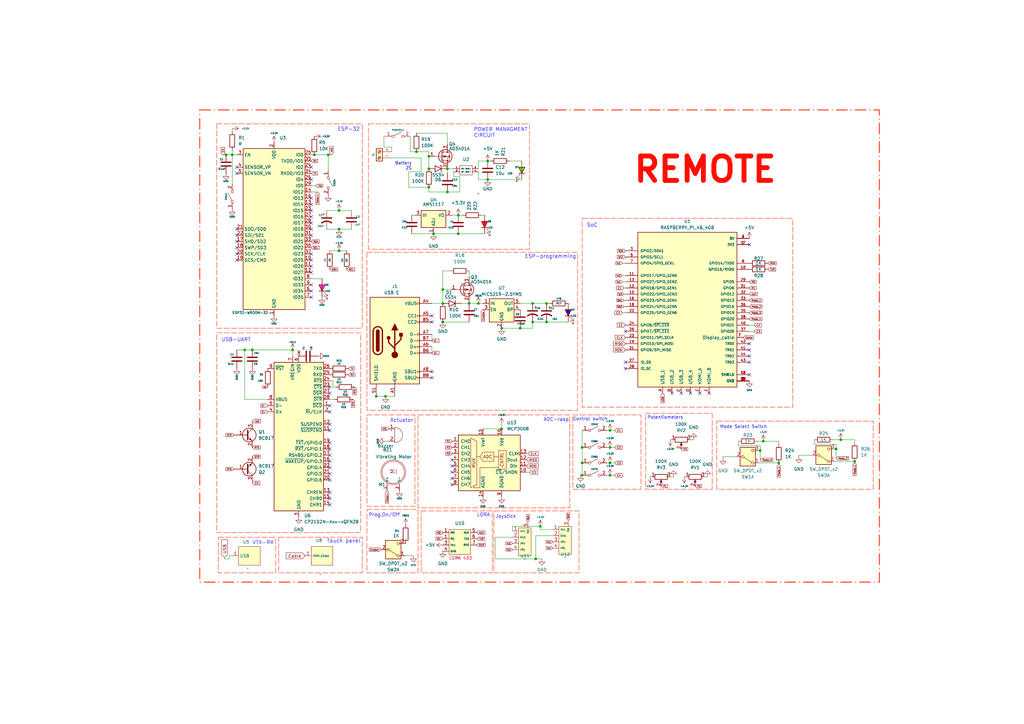
<source format=kicad_sch>
(kicad_sch (version 20230121) (generator eeschema)
  (paper "A3")
  (junction (at 196.215 124.46))
  (junction (at 139.065 86.36))
  (junction (at 319.405 189.865))
  (junction (at 181.61 118.745))
  (junction (at 192.405 124.46))
  (junction (at 250.19 189.865))
  (junction (at 213.36 134.62))
  (junction (at 250.19 183.515))
  (junction (at 139.065 102.87))
  (junction (at 342.9 184.15))
  (junction (at 238.76 189.865))
  (junction (at 313.055 180.975))
  (junction (at 95.25 63.5))
  (junction (at 158.115 162.56))
  (junction (at 170.815 62.23))
  (junction (at 183.515 69.215))
  (junction (at 187.96 95.885))
  (junction (at 120.015 143.51))
  (junction (at 205.74 175.895))
  (junction (at 238.76 183.515))
  (junction (at 221.615 215.9))
  (junction (at 154.305 162.56))
  (junction (at 205.74 134.62))
  (junction (at 344.805 180.34))
  (junction (at 128.905 63.5))
  (junction (at 134.62 63.5))
  (junction (at 181.61 132.08))
  (junction (at 250.19 194.945))
  (junction (at 218.44 132.08))
  (junction (at 183.515 78.74))
  (junction (at 218.44 124.46))
  (junction (at 311.785 184.785))
  (junction (at 187.96 88.265))
  (junction (at 103.505 143.51))
  (junction (at 200.025 66.04))
  (junction (at 238.76 194.945))
  (junction (at 224.155 124.46))
  (junction (at 177.8 95.885))
  (junction (at 200.025 73.66))
  (junction (at 224.155 132.08))
  (junction (at 219.71 229.235))
  (junction (at 350.52 189.23))
  (junction (at 92.71 63.5))
  (junction (at 250.19 176.53))
  (junction (at 100.33 143.51))
  (junction (at 181.61 124.46))
  (junction (at 175.895 69.215))
  (junction (at 175.895 76.835))
  (junction (at 139.065 93.98))
  (junction (at 175.895 64.135))
  (no_connect (at 135.255 181.61))
  (no_connect (at 135.255 194.31))
  (no_connect (at 97.155 106.68))
  (no_connect (at 127.635 91.44))
  (no_connect (at 127.635 121.92))
  (no_connect (at 127.635 88.9))
  (no_connect (at 307.34 153.67))
  (no_connect (at 127.635 116.84))
  (no_connect (at 275.59 161.29))
  (no_connect (at 97.155 68.58))
  (no_connect (at 185.42 188.595))
  (no_connect (at 135.255 158.75))
  (no_connect (at 177.165 154.94))
  (no_connect (at 135.255 196.85))
  (no_connect (at 135.255 166.37))
  (no_connect (at 307.34 148.59))
  (no_connect (at 135.255 191.77))
  (no_connect (at 185.42 198.755))
  (no_connect (at 97.155 93.98))
  (no_connect (at 127.635 83.82))
  (no_connect (at 290.83 161.29))
  (no_connect (at 127.635 81.28))
  (no_connect (at 135.255 168.91))
  (no_connect (at 135.255 189.23))
  (no_connect (at 127.635 68.58))
  (no_connect (at 127.635 93.98))
  (no_connect (at 185.42 196.215))
  (no_connect (at 135.255 207.01))
  (no_connect (at 127.635 111.76))
  (no_connect (at 127.635 96.52))
  (no_connect (at 127.635 106.68))
  (no_connect (at 307.34 143.51))
  (no_connect (at 97.155 71.12))
  (no_connect (at 177.165 129.54))
  (no_connect (at 135.255 184.15))
  (no_connect (at 127.635 119.38))
  (no_connect (at 307.34 140.97))
  (no_connect (at 185.42 193.675))
  (no_connect (at 127.635 73.66))
  (no_connect (at 127.635 86.36))
  (no_connect (at 256.54 148.59))
  (no_connect (at 135.255 201.93))
  (no_connect (at 135.255 176.53))
  (no_connect (at 279.4 161.29))
  (no_connect (at 127.635 109.22))
  (no_connect (at 283.21 161.29))
  (no_connect (at 97.155 99.06))
  (no_connect (at 185.42 191.135))
  (no_connect (at 135.255 186.69))
  (no_connect (at 256.54 151.13))
  (no_connect (at 135.255 161.29))
  (no_connect (at 256.54 135.89))
  (no_connect (at 135.255 204.47))
  (no_connect (at 307.34 146.05))
  (no_connect (at 97.155 96.52))
  (no_connect (at 287.02 161.29))
  (no_connect (at 127.635 104.14))
  (no_connect (at 307.34 100.33))
  (no_connect (at 97.155 104.14))
  (no_connect (at 135.255 173.99))
  (no_connect (at 177.165 132.08))
  (no_connect (at 97.155 101.6))
  (no_connect (at 177.165 152.4))
  (wire (pts (xy 168.91 88.265) (xy 170.18 88.265)))
  (wire (pts (xy 238.125 194.945) (xy 238.76 194.945)))
  (wire (pts (xy 198.12 175.895) (xy 205.74 175.895)))
  (wire (pts (xy 134.62 63.5) (xy 134.62 69.85)))
  (wire (pts (xy 203.2 220.345) (xy 203.2 229.235)))
  (wire (pts (xy 175.895 78.74) (xy 175.895 76.835)))
  (wire (pts (xy 255.905 118.11) (xy 256.54 118.11)))
  (wire (pts (xy 97.155 143.51) (xy 100.33 143.51)))
  (wire (pts (xy 302.895 182.88) (xy 311.785 182.88)))
  (wire (pts (xy 198.12 124.46) (xy 196.215 124.46)))
  (wire (pts (xy 168.91 95.885) (xy 177.8 95.885)))
  (wire (pts (xy 127.635 63.5) (xy 128.905 63.5)))
  (wire (pts (xy 127.635 114.3) (xy 132.08 114.3)))
  (wire (pts (xy 100.33 163.83) (xy 109.855 163.83)))
  (wire (pts (xy 319.405 182.245) (xy 319.405 180.975)))
  (wire (pts (xy 196.215 66.04) (xy 200.025 66.04)))
  (wire (pts (xy 224.155 124.46) (xy 225.425 124.46)))
  (wire (pts (xy 136.525 156.21) (xy 136.525 158.75)))
  (wire (pts (xy 301.625 187.325) (xy 296.545 187.325)))
  (wire (pts (xy 135.255 102.87) (xy 139.065 102.87)))
  (wire (pts (xy 334.01 182.245) (xy 342.9 182.245)))
  (wire (pts (xy 133.985 93.98) (xy 139.065 93.98)))
  (wire (pts (xy 95.25 227.965) (xy 93.98 227.965)))
  (wire (pts (xy 167.64 76.835) (xy 175.895 76.835)))
  (wire (pts (xy 181.61 111.125) (xy 181.61 118.745)))
  (wire (pts (xy 311.785 182.88) (xy 311.785 184.785)))
  (wire (pts (xy 160.655 64.77) (xy 172.72 64.77)))
  (wire (pts (xy 248.92 176.53) (xy 250.19 176.53)))
  (wire (pts (xy 296.545 187.325) (xy 296.545 187.96)))
  (wire (pts (xy 177.165 137.16) (xy 177.165 139.7)))
  (wire (pts (xy 133.985 86.36) (xy 139.065 86.36)))
  (wire (pts (xy 181.61 118.745) (xy 184.785 118.745)))
  (wire (pts (xy 92.075 229.235) (xy 92.075 228.6)))
  (wire (pts (xy 213.36 124.46) (xy 218.44 124.46)))
  (wire (pts (xy 313.055 180.975) (xy 319.405 180.975)))
  (wire (pts (xy 92.71 63.5) (xy 95.25 63.5)))
  (wire (pts (xy 187.96 95.885) (xy 198.755 95.885)))
  (wire (pts (xy 184.785 111.125) (xy 181.61 111.125)))
  (wire (pts (xy 342.9 184.15) (xy 342.9 187.96)))
  (wire (pts (xy 307.34 133.35) (xy 309.245 133.35)))
  (wire (pts (xy 139.065 86.36) (xy 144.145 86.36)))
  (wire (pts (xy 93.98 227.965) (xy 93.98 229.235)))
  (wire (pts (xy 166.37 227.965) (xy 169.545 227.965)))
  (wire (pts (xy 226.695 219.71) (xy 219.71 219.71)))
  (wire (pts (xy 248.92 189.865) (xy 250.19 189.865)))
  (wire (pts (xy 210.185 220.345) (xy 203.2 220.345)))
  (wire (pts (xy 200.025 66.04) (xy 201.295 66.04)))
  (wire (pts (xy 221.615 217.17) (xy 221.615 215.9)))
  (wire (pts (xy 255.27 113.03) (xy 256.54 113.03)))
  (wire (pts (xy 189.865 88.265) (xy 187.96 88.265)))
  (wire (pts (xy 341.63 180.34) (xy 344.805 180.34)))
  (wire (pts (xy 154.305 161.925) (xy 154.305 162.56)))
  (wire (pts (xy 192.405 111.125) (xy 192.405 113.665)))
  (wire (pts (xy 342.9 182.245) (xy 342.9 184.15)))
  (wire (pts (xy 183.515 78.74) (xy 175.895 78.74)))
  (wire (pts (xy 95.25 61.595) (xy 95.25 63.5)))
  (wire (pts (xy 100.33 143.51) (xy 103.505 143.51)))
  (wire (pts (xy 217.17 193.675) (xy 215.9 193.675)))
  (wire (pts (xy 250.19 194.945) (xy 252.095 194.945)))
  (wire (pts (xy 188.595 72.39) (xy 188.595 78.74)))
  (wire (pts (xy 158.115 162.56) (xy 161.925 162.56)))
  (wire (pts (xy 172.72 64.77) (xy 172.72 70.485)))
  (wire (pts (xy 183.515 69.215) (xy 186.055 69.215)))
  (wire (pts (xy 266.7 195.58) (xy 267.335 195.58)))
  (wire (pts (xy 158.115 55.88) (xy 157.48 55.88)))
  (wire (pts (xy 288.925 195.58) (xy 290.195 195.58)))
  (wire (pts (xy 95.25 63.5) (xy 95.25 75.565)))
  (wire (pts (xy 334.01 180.34) (xy 334.01 182.245)))
  (wire (pts (xy 139.065 93.98) (xy 144.145 93.98)))
  (wire (pts (xy 280.67 195.58) (xy 281.305 195.58)))
  (wire (pts (xy 248.92 194.945) (xy 250.19 194.945)))
  (wire (pts (xy 283.21 180.34) (xy 284.48 180.34)))
  (wire (pts (xy 205.74 134.62) (xy 213.36 134.62)))
  (wire (pts (xy 250.19 183.515) (xy 252.095 183.515)))
  (wire (pts (xy 157.48 60.325) (xy 160.655 60.325)))
  (wire (pts (xy 134.62 63.5) (xy 135.89 63.5)))
  (wire (pts (xy 103.505 198.12) (xy 103.505 197.485)))
  (wire (pts (xy 224.155 132.08) (xy 233.045 132.08)))
  (wire (pts (xy 186.055 72.39) (xy 188.595 72.39)))
  (wire (pts (xy 219.71 219.71) (xy 219.71 229.235)))
  (wire (pts (xy 95.25 63.5) (xy 97.155 63.5)))
  (wire (pts (xy 172.72 70.485) (xy 167.64 70.485)))
  (wire (pts (xy 189.23 124.46) (xy 192.405 124.46)))
  (wire (pts (xy 93.98 229.235) (xy 92.075 229.235)))
  (wire (pts (xy 238.76 189.865) (xy 238.76 194.945)))
  (wire (pts (xy 135.255 163.83) (xy 137.16 163.83)))
  (wire (pts (xy 136.525 158.75) (xy 137.795 158.75)))
  (wire (pts (xy 255.905 125.73) (xy 256.54 125.73)))
  (wire (pts (xy 103.505 143.51) (xy 120.015 143.51)))
  (wire (pts (xy 218.44 124.46) (xy 224.155 124.46)))
  (wire (pts (xy 154.305 162.56) (xy 158.115 162.56)))
  (wire (pts (xy 307.34 135.89) (xy 309.245 135.89)))
  (wire (pts (xy 350.52 189.23) (xy 350.52 189.865)))
  (wire (pts (xy 319.405 189.865) (xy 319.405 190.5)))
  (wire (pts (xy 250.19 176.53) (xy 252.095 176.53)))
  (wire (pts (xy 226.695 217.17) (xy 221.615 217.17)))
  (wire (pts (xy 311.785 189.865) (xy 319.405 189.865)))
  (wire (pts (xy 157.48 55.88) (xy 157.48 60.325)))
  (wire (pts (xy 213.36 134.62) (xy 218.44 134.62)))
  (wire (pts (xy 238.76 183.515) (xy 238.76 189.865)))
  (wire (pts (xy 177.165 124.46) (xy 181.61 124.46)))
  (wire (pts (xy 175.895 64.135) (xy 175.895 69.215)))
  (wire (pts (xy 218.44 132.08) (xy 224.155 132.08)))
  (wire (pts (xy 248.92 183.515) (xy 250.19 183.515)))
  (wire (pts (xy 181.61 124.46) (xy 181.61 118.745)))
  (wire (pts (xy 203.2 229.235) (xy 219.71 229.235)))
  (wire (pts (xy 175.895 62.23) (xy 175.895 64.135)))
  (wire (pts (xy 135.255 156.21) (xy 136.525 156.21)))
  (wire (pts (xy 216.535 186.055) (xy 215.9 186.055)))
  (wire (pts (xy 167.64 70.485) (xy 167.64 76.835)))
  (wire (pts (xy 350.52 181.61) (xy 350.52 180.34)))
  (wire (pts (xy 302.895 180.975) (xy 302.895 182.88)))
  (wire (pts (xy 274.955 180.34) (xy 275.59 180.34)))
  (wire (pts (xy 250.19 189.865) (xy 252.095 189.865)))
  (wire (pts (xy 342.9 189.23) (xy 350.52 189.23)))
  (wire (pts (xy 196.215 70.485) (xy 196.215 73.66)))
  (wire (pts (xy 170.815 62.23) (xy 175.895 62.23)))
  (wire (pts (xy 255.27 115.57) (xy 256.54 115.57)))
  (wire (pts (xy 127.635 76.2) (xy 129.54 76.2)))
  (wire (pts (xy 160.655 60.325) (xy 160.655 62.23)))
  (wire (pts (xy 327.66 186.69) (xy 327.66 187.325)))
  (wire (pts (xy 168.275 62.23) (xy 170.815 62.23)))
  (wire (pts (xy 183.515 54.61) (xy 183.515 59.055)))
  (wire (pts (xy 100.33 143.51) (xy 100.33 163.83)))
  (wire (pts (xy 158.115 180.975) (xy 159.385 180.975)))
  (wire (pts (xy 186.055 70.485) (xy 186.055 72.39)))
  (wire (pts (xy 103.505 172.72) (xy 103.505 173.355)))
  (wire (pts (xy 210.185 217.805) (xy 210.185 215.9)))
  (wire (pts (xy 274.955 195.58) (xy 276.225 195.58)))
  (wire (pts (xy 120.015 143.51) (xy 120.015 146.05)))
  (wire (pts (xy 310.515 180.975) (xy 313.055 180.975)))
  (wire (pts (xy 185.42 88.265) (xy 187.96 88.265)))
  (wire (pts (xy 218.44 134.62) (xy 218.44 132.08)))
  (wire (pts (xy 197.485 88.265) (xy 198.755 88.265)))
  (wire (pts (xy 205.74 173.99) (xy 205.74 175.895)))
  (wire (pts (xy 255.905 123.19) (xy 256.54 123.19)))
  (wire (pts (xy 181.61 132.08) (xy 192.405 132.08)))
  (wire (pts (xy 128.905 63.5) (xy 134.62 63.5)))
  (wire (pts (xy 208.915 66.04) (xy 213.995 66.04)))
  (wire (pts (xy 170.815 54.61) (xy 183.515 54.61)))
  (wire (pts (xy 311.785 184.785) (xy 311.785 188.595)))
  (wire (pts (xy 238.76 176.53) (xy 238.76 183.515)))
  (wire (pts (xy 255.905 120.65) (xy 256.54 120.65)))
  (wire (pts (xy 168.275 55.88) (xy 168.275 62.23)))
  (wire (pts (xy 95.25 52.705) (xy 95.25 53.975)))
  (wire (pts (xy 127.635 78.74) (xy 130.175 78.74)))
  (wire (pts (xy 139.065 102.87) (xy 142.24 102.87)))
  (wire (pts (xy 177.8 95.885) (xy 187.96 95.885)))
  (wire (pts (xy 255.27 128.27) (xy 256.54 128.27)))
  (wire (pts (xy 344.805 180.34) (xy 350.52 180.34)))
  (wire (pts (xy 196.215 69.215) (xy 196.215 66.04)))
  (wire (pts (xy 196.215 73.66) (xy 200.025 73.66)))
  (wire (pts (xy 183.515 69.215) (xy 183.515 71.12)))
  (wire (pts (xy 192.405 124.46) (xy 192.405 123.825)))
  (wire (pts (xy 332.74 186.69) (xy 327.66 186.69)))
  (wire (pts (xy 188.595 78.74) (xy 183.515 78.74)))
  (wire (pts (xy 200.025 73.66) (xy 213.995 73.66)))
  (wire (pts (xy 255.27 107.95) (xy 256.54 107.95)))
  (wire (pts (xy 210.185 215.9) (xy 221.615 215.9)))
  (wire (pts (xy 177.165 142.24) (xy 177.165 144.78)))
  (wire (pts (xy 91.44 63.5) (xy 92.71 63.5)))
  (wire (pts (xy 219.71 229.235) (xy 222.25 229.235)))
  (wire (pts (xy 196.215 124.46) (xy 192.405 124.46)))
  (rectangle (start 150.495 170.18) (end 170.18 207.645) (stroke (width 0.2) (type dash) (color 255 59 20 1)))
  (rectangle (start 294.005 172.72) (end 358.14 200.66) (stroke (width 0.2) (type dash) (color 255 59 20 1)))
  (rectangle (start 89.535 220.345) (end 113.03 234.95) (stroke (width 0.2) (type dash) (color 255 59 20 1)))
  (rectangle (start 114.3 220.345) (end 148.59 234.95) (stroke (width 0.2) (type dash) (color 255 59 20 1)))
  (rectangle (start 81.915 45.085) (end 360.68 238.76) (stroke (width 0.4) (type dash_dot) (color 255 59 20 1)))
  (rectangle (start 292.1 169.545) (end 264.795 200.66) (stroke (width 0.2) (type dash) (color 255 59 20 1)))
  (rectangle (start 88.9 50.8) (end 148.59 134.62) (stroke (width 0.2) (type dash) (color 255 59 20 1)))
  (rectangle (start 238.76 89.535) (end 325.12 167.005) (stroke (width 0.2) (type dash) (color 255 59 20 1)))
  (rectangle (start 172.72 209.55) (end 201.93 234.95) (stroke (width 0.2) (type dash) (color 255 59 20 1)))
  (rectangle (start 150.495 208.915) (end 171.45 234.95) (stroke (width 0.2) (type dash) (color 255 59 20 1)))
  (rectangle (start 151.13 50.8) (end 217.17 102.235) (stroke (width 0.2) (type dash) (color 255 59 20 1)))
  (rectangle (start 234.95 170.18) (end 262.89 200.66) (stroke (width 0.2) (type dash) (color 255 59 20 1)))
  (rectangle (start 171.45 170.18) (end 233.68 208.28) (stroke (width 0.2) (type dash) (color 255 59 20 1)))
  (rectangle (start 150.495 103.505) (end 236.855 168.275) (stroke (width 0.2) (type dash) (color 255 59 20 1)))
  (rectangle (start 88.9 136.525) (end 147.955 218.44) (stroke (width 0.2) (type dash) (color 255 59 20 1)))
  (rectangle (start 202.565 209.55) (end 237.49 234.95) (stroke (width 0.2) (type dash) (color 255 59 20 1)))
  (text "ADC-rasp\n\n" (at 222.885 175.26 0) (effects (font (size 1.4 1.4)) (justify left bottom)))
  (text "USB-UART\n" (at 90.805 140.335 0) (effects (font (size 1.5 1.5)) (justify left bottom)))
  (text "SoC\n" (at 240.665 93.345 0) (effects (font (size 1.5 1.5)) (justify left bottom)))
  (text "Battery\n2S\n" (at 168.91 69.85 0) (effects (font (size 1.27 1.27)) (justify right bottom)))
  (text "Control switch\n" (at 234.95 172.72 0) (effects (font (size 1.3 1.3)) (justify left bottom)))
  (text "LORA\n" (at 195.58 212.09 0) (effects (font (size 1.4 1.4)) (justify left bottom)))
  (text "ESP-32\n" (at 138.43 53.975 0) (effects (font (size 1.5 1.5)) (justify left bottom)))
  (text "POWER MANAGMENT\nCIRCUIT\n" (at 194.31 56.515 0) (effects (font (size 1.5 1.5)) (justify left bottom)))
  (text "Potentiometers\n" (at 265.43 172.085 0) (effects (font (size 1.3 1.3)) (justify left bottom)))
  (text "VTX-RX\n" (at 103.505 223.52 0) (effects (font (size 1.5 1.5)) (justify left bottom)))
  (text "Prog.On/Off\n" (at 151.13 212.09 0) (effects (font (size 1.4 1.4)) (justify left bottom)))
  (text "ESP-programming\n\n" (at 215.265 108.585 0) (effects (font (size 1.5 1.5)) (justify left bottom)))
  (text "Mode Select Switch\n" (at 295.275 175.895 0) (effects (font (size 1.3 1.3)) (justify left bottom)))
  (text "Joystick\n" (at 203.2 212.725 0) (effects (font (size 1.4 1.4)) (justify left bottom)))
  (text "Touch panel\n" (at 133.985 222.885 0) (effects (font (size 1.5 1.5)) (justify left bottom)))
  (text "Actuator\n" (at 160.02 173.355 0) (effects (font (size 1.5 1.5)) (justify left bottom)))
  (text "REMOTE" (at 259.08 75.565 0) (effects (font (size 10 10) (thickness 2) bold) (justify left bottom)))
  (text "LORA 433\n" (at 184.15 229.87 0) (effects (font (size 1.27 1.27)) (justify left bottom)))
  (global_label "SW2" (shape input) (at 255.905 125.73 180) (effects (font (size 0.6 0.6))) (property "Intersheetrefs" "${INTERSHEET_REFS}" (effects hide)))
  (global_label "Mode_3" (shape input) (at 311.785 188.595 0) (effects (font (size 0.7 0.7))) (property "Intersheetrefs" "${INTERSHEET_REFS}" (effects hide)))
  (global_label "Mode_4" (shape input) (at 307.34 130.81 0) (effects (font (size 0.7 0.7))) (property "Intersheetrefs" "${INTERSHEET_REFS}" (effects hide)))
  (global_label "Mode_4" (shape input) (at 319.405 190.5 270) (effects (font (size 0.7 0.7))) (property "Intersheetrefs" "${INTERSHEET_REFS}" (effects hide)))
  (global_label "SDA" (shape input) (at 127.635 99.06 0) (effects (font (size 0.7 0.7))) (property "Intersheetrefs" "${INTERSHEET_REFS}" (effects hide)))
  (global_label "Vx2" (shape input) (at 210.185 222.885 180) (effects (font (size 0.6 0.6))) (property "Intersheetrefs" "${INTERSHEET_REFS}" (effects hide)))
  (global_label "Mode_2" (shape input) (at 307.34 125.73 0) (effects (font (size 0.7 0.7))) (property "Intersheetrefs" "${INTERSHEET_REFS}" (effects hide)))
  (global_label "D+" (shape input) (at 109.855 168.91 180) (effects (font (size 0.7 0.7))) (property "Intersheetrefs" "${INTERSHEET_REFS}" (effects hide)))
  (global_label "C1" (shape input) (at 252.095 176.53 0) (effects (font (size 0.8 0.8))) (property "Intersheetrefs" "${INTERSHEET_REFS}" (effects hide)))
  (global_label "USB " (shape input) (at 92.075 228.6 90) (property "Intersheetrefs" "${INTERSHEET_REFS}" (effects hide)))
  (global_label "P1" (shape input) (at 271.145 199.39 0) (effects (font (size 0.7 0.7))) (property "Intersheetrefs" "${INTERSHEET_REFS}" (effects hide)))
  (global_label "C1" (shape input) (at 255.905 118.11 180) (effects (font (size 0.8 0.8))) (property "Intersheetrefs" "${INTERSHEET_REFS}" (effects hide)))
  (global_label "TX" (shape input) (at 142.875 151.13 0) (effects (font (size 0.7 0.7))) (property "Intersheetrefs" "${INTERSHEET_REFS}" (effects hide)))
  (global_label "Mode_2" (shape input) (at 342.9 187.96 0) (effects (font (size 0.7 0.7))) (property "Intersheetrefs" "${INTERSHEET_REFS}" (effects hide)))
  (global_label "M1" (shape input) (at 307.34 118.11 0) (effects (font (size 0.7 0.7))) (property "Intersheetrefs" "${INTERSHEET_REFS}" (effects hide)))
  (global_label "SCL" (shape input) (at 127.635 101.6 0) (effects (font (size 0.7 0.7))) (property "Intersheetrefs" "${INTERSHEET_REFS}" (effects hide)))
  (global_label "Enable" (shape input) (at 198.12 127 270) (effects (font (size 0.7 0.7))) (property "Intersheetrefs" "${INTERSHEET_REFS}" (effects hide)))
  (global_label "SDA" (shape input) (at 135.255 110.49 0) (effects (font (size 0.7 0.7))) (property "Intersheetrefs" "${INTERSHEET_REFS}" (effects hide)))
  (global_label "MOSI" (shape input) (at 256.54 143.51 180) (effects (font (size 0.9 0.9))) (property "Intersheetrefs" "${INTERSHEET_REFS}" (effects hide)))
  (global_label "M1" (shape input) (at 181.61 220.98 180) (effects (font (size 0.7 0.7))) (property "Intersheetrefs" "${INTERSHEET_REFS}" (effects hide)))
  (global_label "MISO" (shape input) (at 256.54 140.97 180) (effects (font (size 0.9 0.9))) (property "Intersheetrefs" "${INTERSHEET_REFS}" (effects hide)))
  (global_label "MISO" (shape input) (at 215.9 188.595 0) (effects (font (size 0.9 0.9))) (property "Intersheetrefs" "${INTERSHEET_REFS}" (effects hide)))
  (global_label "D-" (shape input) (at 109.855 166.37 180) (effects (font (size 0.7 0.7))) (property "Intersheetrefs" "${INTERSHEET_REFS}" (effects hide)))
  (global_label "C2" (shape input) (at 252.095 183.515 0) (effects (font (size 0.8 0.8))) (property "Intersheetrefs" "${INTERSHEET_REFS}" (effects hide)))
  (global_label "CLK" (shape input) (at 256.54 138.43 180) (effects (font (size 0.9 0.9))) (property "Intersheetrefs" "${INTERSHEET_REFS}" (effects hide)))
  (global_label "Motor+" (shape input) (at 158.75 201.295 270) (effects (font (size 0.7 0.7))) (property "Intersheetrefs" "${INTERSHEET_REFS}" (effects hide)))
  (global_label "Mode_1" (shape input) (at 350.52 189.865 270) (effects (font (size 0.7 0.7))) (property "Intersheetrefs" "${INTERSHEET_REFS}" (effects hide)))
  (global_label "SCK" (shape input) (at 256.54 105.41 180) (effects (font (size 0.7 0.7))) (property "Intersheetrefs" "${INTERSHEET_REFS}" (effects hide)))
  (global_label "CE" (shape input) (at 256.54 133.35 180) (effects (font (size 0.9 0.9))) (property "Intersheetrefs" "${INTERSHEET_REFS}" (effects hide)))
  (global_label "USB " (shape input) (at 271.78 161.29 270) (effects (font (size 0.7 0.7))) (property "Intersheetrefs" "${INTERSHEET_REFS}" (effects hide)))
  (global_label "D-" (shape input) (at 177.165 139.7 0) (effects (font (size 0.7 0.7))) (property "Intersheetrefs" "${INTERSHEET_REFS}" (effects hide)))
  (global_label "RXR" (shape input) (at 314.96 107.95 0) (effects (font (size 0.7 0.7))) (property "Intersheetrefs" "${INTERSHEET_REFS}" (effects hide)))
  (global_label "P2" (shape input) (at 285.115 199.39 0) (effects (font (size 0.7 0.7))) (property "Intersheetrefs" "${INTERSHEET_REFS}" (effects hide)))
  (global_label "P1" (shape input) (at 185.42 180.975 180) (effects (font (size 0.7 0.7))) (property "Intersheetrefs" "${INTERSHEET_REFS}" (effects hide)))
  (global_label "DTR" (shape input) (at 144.78 163.83 270) (effects (font (size 0.7 0.7))) (property "Intersheetrefs" "${INTERSHEET_REFS}" (effects hide)))
  (global_label "Cable" (shape input) (at 304.8 138.43 0) (effects (font (size 0.7 0.7))) (property "Intersheetrefs" "${INTERSHEET_REFS}" (effects hide)))
  (global_label "Vy2" (shape input) (at 255.905 120.65 180) (effects (font (size 0.6 0.6))) (property "Intersheetrefs" "${INTERSHEET_REFS}" (effects hide)))
  (global_label "SW1" (shape input) (at 255.905 123.19 180) (effects (font (size 0.6 0.6))) (property "Intersheetrefs" "${INTERSHEET_REFS}" (effects hide)))
  (global_label "Io0" (shape input) (at 135.89 63.5 90) (effects (font (size 0.8 0.8))) (property "Intersheetrefs" "${INTERSHEET_REFS}" (effects hide)))
  (global_label "AUX" (shape input) (at 195.58 218.44 0) (effects (font (size 0.7 0.7))) (property "Intersheetrefs" "${INTERSHEET_REFS}" (effects hide)))
  (global_label "RX" (shape input) (at 127.635 66.04 0) (effects (font (size 0.7 0.7))) (property "Intersheetrefs" "${INTERSHEET_REFS}" (effects hide)))
  (global_label "Vib" (shape input) (at 159.385 175.895 180) (effects (font (size 0.7 0.7))) (property "Intersheetrefs" "${INTERSHEET_REFS}" (effects hide)))
  (global_label "Cable" (shape input) (at 125.095 227.965 180) (property "Intersheetrefs" "${INTERSHEET_REFS}" (effects hide)))
  (global_label "Mode_3" (shape input) (at 307.34 128.27 0) (effects (font (size 0.7 0.7))) (property "Intersheetrefs" "${INTERSHEET_REFS}" (effects hide)))
  (global_label "RX" (shape input) (at 142.875 153.67 0) (effects (font (size 0.7 0.7))) (property "Intersheetrefs" "${INTERSHEET_REFS}" (effects hide)))
  (global_label "M0" (shape input) (at 307.34 115.57 0) (effects (font (size 0.7 0.7))) (property "Intersheetrefs" "${INTERSHEET_REFS}" (effects hide)))
  (global_label "EN" (shape input) (at 91.44 63.5 90) (effects (font (size 0.8 0.8))) (property "Intersheetrefs" "${INTERSHEET_REFS}" (effects hide)))
  (global_label "P3" (shape input) (at 279.4 184.15 0) (effects (font (size 0.7 0.7))) (property "Intersheetrefs" "${INTERSHEET_REFS}" (effects hide)))
  (global_label "SW1" (shape input) (at 216.535 213.995 90) (effects (font (size 0.6 0.6))) (property "Intersheetrefs" "${INTERSHEET_REFS}" (effects hide)))
  (global_label "Vib" (shape input) (at 129.54 76.2 0) (effects (font (size 0.7 0.7))) (property "Intersheetrefs" "${INTERSHEET_REFS}" (effects hide)))
  (global_label "Enable" (shape input) (at 156.21 225.425 180) (effects (font (size 0.7 0.7))) (property "Intersheetrefs" "${INTERSHEET_REFS}" (effects hide)))
  (global_label "SCL" (shape input) (at 142.24 110.49 0) (effects (font (size 0.7 0.7))) (property "Intersheetrefs" "${INTERSHEET_REFS}" (effects hide)))
  (global_label "EN" (shape input) (at 103.505 198.12 0) (effects (font (size 0.8 0.8))) (property "Intersheetrefs" "${INTERSHEET_REFS}" (effects hide)))
  (global_label "M0" (shape input) (at 181.61 218.44 180) (effects (font (size 0.7 0.7))) (property "Intersheetrefs" "${INTERSHEET_REFS}" (effects hide)))
  (global_label "DTR" (shape input) (at 95.885 178.435 180) (effects (font (size 0.7 0.7))) (property "Intersheetrefs" "${INTERSHEET_REFS}" (effects hide)))
  (global_label "C4" (shape input) (at 309.245 133.35 0) (effects (font (size 0.8 0.8))) (property "Intersheetrefs" "${INTERSHEET_REFS}" (effects hide)))
  (global_label "RXR" (shape input) (at 195.58 223.52 0) (effects (font (size 0.7 0.7))) (property "Intersheetrefs" "${INTERSHEET_REFS}" (effects hide)))
  (global_label "C3" (shape input) (at 252.095 189.865 0) (effects (font (size 0.8 0.8))) (property "Intersheetrefs" "${INTERSHEET_REFS}" (effects hide)))
  (global_label "D+" (shape input) (at 177.165 144.78 0) (effects (font (size 0.7 0.7))) (property "Intersheetrefs" "${INTERSHEET_REFS}" (effects hide)))
  (global_label "CLK" (shape input) (at 216.535 186.055 0) (effects (font (size 0.9 0.9))) (property "Intersheetrefs" "${INTERSHEET_REFS}" (effects hide)))
  (global_label "RTS" (shape input) (at 145.415 158.75 270) (effects (font (size 0.7 0.7))) (property "Intersheetrefs" "${INTERSHEET_REFS}" (effects hide)))
  (global_label "Mode_1" (shape input) (at 307.34 123.19 0) (effects (font (size 0.7 0.7))) (property "Intersheetrefs" "${INTERSHEET_REFS}" (effects hide)))
  (global_label "vdd" (shape input) (at 109.855 158.75 180) (effects (font (size 0.5 0.5))) (property "Intersheetrefs" "${INTERSHEET_REFS}" (effects hide)))
  (global_label "DTR" (shape input) (at 103.505 187.325 0) (effects (font (size 0.7 0.7))) (property "Intersheetrefs" "${INTERSHEET_REFS}" (effects hide)))
  (global_label "TXR" (shape input) (at 195.58 220.98 0) (effects (font (size 0.7 0.7))) (property "Intersheetrefs" "${INTERSHEET_REFS}" (effects hide)))
  (global_label "SW2" (shape input) (at 233.045 213.36 90) (effects (font (size 0.6 0.6))) (property "Intersheetrefs" "${INTERSHEET_REFS}" (effects hide)))
  (global_label "Vx1" (shape input) (at 226.695 222.25 180) (effects (font (size 0.6 0.6))) (property "Intersheetrefs" "${INTERSHEET_REFS}" (effects hide)))
  (global_label "Vx2" (shape input) (at 255.27 113.03 180) (effects (font (size 0.6 0.6))) (property "Intersheetrefs" "${INTERSHEET_REFS}" (effects hide)))
  (global_label "P3" (shape input) (at 185.42 186.055 180) (effects (font (size 0.7 0.7))) (property "Intersheetrefs" "${INTERSHEET_REFS}" (effects hide)))
  (global_label "Vy1" (shape input) (at 255.27 115.57 180) (effects (font (size 0.6 0.6))) (property "Intersheetrefs" "${INTERSHEET_REFS}" (effects hide)))
  (global_label "MOSI" (shape input) (at 215.9 191.135 0) (effects (font (size 0.9 0.9))) (property "Intersheetrefs" "${INTERSHEET_REFS}" (effects hide)))
  (global_label "C2" (shape input) (at 255.27 128.27 180) (effects (font (size 0.8 0.8))) (property "Intersheetrefs" "${INTERSHEET_REFS}" (effects hide)))
  (global_label "C4" (shape input) (at 252.095 194.945 0) (effects (font (size 0.8 0.8))) (property "Intersheetrefs" "${INTERSHEET_REFS}" (effects hide)))
  (global_label "vdd" (shape input) (at 122.555 146.05 90) (effects (font (size 0.5 0.5))) (property "Intersheetrefs" "${INTERSHEET_REFS}" (effects hide)))
  (global_label "Io0" (shape input) (at 103.505 172.72 0) (effects (font (size 0.8 0.8))) (property "Intersheetrefs" "${INTERSHEET_REFS}" (effects hide)))
  (global_label "CE" (shape input) (at 217.17 193.675 0) (effects (font (size 0.9 0.9))) (property "Intersheetrefs" "${INTERSHEET_REFS}" (effects hide)))
  (global_label "TXR" (shape input) (at 314.96 110.49 0) (effects (font (size 0.7 0.7))) (property "Intersheetrefs" "${INTERSHEET_REFS}" (effects hide)))
  (global_label "Vy1" (shape input) (at 226.695 224.79 180) (effects (font (size 0.6 0.6))) (property "Intersheetrefs" "${INTERSHEET_REFS}" (effects hide)))
  (global_label "AUX" (shape input) (at 307.34 120.65 0) (effects (font (size 0.7 0.7))) (property "Intersheetrefs" "${INTERSHEET_REFS}" (effects hide)))
  (global_label "RTS" (shape input) (at 103.505 183.515 0) (effects (font (size 0.7 0.7))) (property "Intersheetrefs" "${INTERSHEET_REFS}" (effects hide)))
  (global_label "Motor+" (shape input) (at 130.175 78.74 270) (effects (font (size 0.7 0.7))) (property "Intersheetrefs" "${INTERSHEET_REFS}" (effects hide)))
  (global_label "C3" (shape input) (at 309.245 135.89 0) (effects (font (size 0.8 0.8))) (property "Intersheetrefs" "${INTERSHEET_REFS}" (effects hide)))
  (global_label "SDA" (shape input) (at 256.54 102.87 180) (effects (font (size 0.7 0.7))) (property "Intersheetrefs" "${INTERSHEET_REFS}" (effects hide)))
  (global_label "Vx1" (shape input) (at 255.27 107.95 180) (effects (font (size 0.6 0.6))) (property "Intersheetrefs" "${INTERSHEET_REFS}" (effects hide)))
  (global_label "P2" (shape input) (at 185.42 183.515 180) (effects (font (size 0.7 0.7))) (property "Intersheetrefs" "${INTERSHEET_REFS}" (effects hide)))
  (global_label "TX" (shape input) (at 127.635 71.12 0) (effects (font (size 0.7 0.7))) (property "Intersheetrefs" "${INTERSHEET_REFS}" (effects hide)))
  (global_label "Vy2" (shape input) (at 210.185 225.425 180) (effects (font (size 0.6 0.6))) (property "Intersheetrefs" "${INTERSHEET_REFS}" (effects hide)))
  (global_label "RTS" (shape input) (at 95.885 192.405 180) (effects (font (size 0.7 0.7))) (property "Intersheetrefs" "${INTERSHEET_REFS}" (effects hide)))
  (symbol (lib_id "Sensor_Energy:Step_UP") (at 196.215 79.375 0) (unit 1)
    (property "Reference" "U2" (at 191.135 65.405 0))
    (property "Value" "~" (at 196.215 79.375 0))
  )
  (symbol (lib_id "Device:R") (at 142.24 106.68 180) (unit 1)
    (property "Reference" "R7" (at 142.24 106.68 90) (effects (font (size 0.7 0.7))))
    (property "Value" "1K" (at 140.335 106.68 90) (effects (font (size 0.7 0.7))))
  )
  (symbol (lib_id "Device:R") (at 337.82 180.34 90) (unit 1)
    (property "Reference" "R25" (at 337.82 177.8 90))
    (property "Value" "1K" (at 337.82 180.34 90))
  )
  (symbol (lib_id "power:GND") (at 97.155 151.13 0) (unit 1)
    (property "Reference" "#PWR023" (effects hide))
    (property "Value" "GND" (at 97.155 153.67 90) (effects (font (size 0.7 0.7)) (justify right)))
  )
  (symbol (lib_id "power:+3.3V") (at 274.955 180.34 0) (mirror x) (unit 1)
    (property "Reference" "#PWR022" (effects hide))
    (property "Value" "+3.3V" (at 274.955 184.15 0) (effects (font (size 0.7 0.7))))
  )
  (symbol (lib_id "power:GND") (at 276.225 195.58 0) (mirror x) (unit 1)
    (property "Reference" "#PWR048" (effects hide))
    (property "Value" "GND" (at 276.225 190.5 0))
  )
  (symbol (lib_id "Connector:Screw_Terminal_01x02") (at 155.575 62.23 0) (mirror y) (unit 1)
    (property "Reference" "J2" (at 153.67 63.5 0) (effects (font (size 0.7 0.7)) (justify left)))
    (property "Value" "Screw_Terminal_01x02" (effects hide))
  )
  (symbol (lib_id "Switch:SW_DPST_x2") (at 243.84 189.865 0) (unit 1)
    (property "Reference" "EN6" (at 243.84 187.325 0) (effects (font (size 0.7 0.7))))
    (property "Value" "SW_DPST_x2" (effects hide))
  )
  (symbol (lib_id "Transistor_BJT:BC817") (at 100.965 178.435 0) (unit 1)
    (property "Reference" "Q1" (at 106.045 177.165 0) (effects (justify left)))
    (property "Value" "BC817" (at 106.045 179.705 0) (effects (justify left)))
    (property "Footprint" "Package_TO_SOT_SMD:SOT-23" (effects hide))
    (property "Datasheet" "https://www.onsemi.com/pub/Collateral/BC818-D.pdf" (effects hide))
  )
  (symbol (lib_id "Transistor_BJT:BC817") (at 100.965 192.405 0) (mirror x) (unit 1)
    (property "Reference" "Q2" (at 106.045 193.675 0) (effects (justify left)))
    (property "Value" "BC817" (at 106.045 191.135 0) (effects (justify left)))
    (property "Footprint" "Package_TO_SOT_SMD:SOT-23" (effects hide))
    (property "Datasheet" "https://www.onsemi.com/pub/Collateral/BC818-D.pdf" (effects hide))
  )
  (symbol (lib_id "power:GND") (at 95.25 85.725 0) (unit 1)
    (property "Reference" "#PWR03" (effects hide))
    (property "Value" "GND" (at 95.25 88.9 0) (effects (font (size 0.7 0.7))))
  )
  (symbol (lib_id "power:GND") (at 103.505 151.13 0) (unit 1)
    (property "Reference" "#PWR026" (effects hide))
    (property "Value" "GND" (at 103.505 153.67 90) (effects (font (size 0.7 0.7)) (justify right)))
  )
  (symbol (lib_id "power:+3.3V") (at 250.19 183.515 0) (unit 1)
    (property "Reference" "#PWR045" (effects hide))
    (property "Value" "+3.3V" (at 250.19 179.705 0) (effects (font (size 0.7 0.7))))
  )
  (symbol (lib_id "Device:C") (at 213.36 130.81 0) (unit 1)
    (property "Reference" "C9" (at 211.455 128.905 0) (effects (font (size 0.7 0.7)) (justify left)))
    (property "Value" "470pF" (at 212.09 132.715 0) (effects (font (size 0.7 0.7)) (justify left)))
  )
  (symbol (lib_id "power:GND") (at 177.8 95.885 0) (unit 1)
    (property "Reference" "#PWR034" (effects hide))
    (property "Value" "GND" (at 177.8 100.965 0))
  )
  (symbol (lib_id "Device:C") (at 187.96 92.075 180) (unit 1)
    (property "Reference" "C15" (at 186.055 93.345 0) (effects (font (size 0.7 0.7)) (justify left)))
    (property "Value" "1u" (at 186.055 90.805 0) (effects (font (size 0.7 0.7)) (justify left)))
  )
  (symbol (lib_id "Device:R") (at 306.705 180.975 90) (unit 1)
    (property "Reference" "R23" (at 306.705 178.435 90))
    (property "Value" "1K" (at 306.705 180.975 90))
  )
  (symbol (lib_id "C0720B001F:C0720B001F") (at 161.29 193.675 90) (unit 1)
    (property "Reference" "M1" (at 158.115 198.755 90) (effects (justify left)))
    (property "Value" "Vibrating Motor" (at 168.91 187.325 90) (effects (justify left)))
    (property "Footprint" "C0720B001F:XDCR_C0720B001F" (effects hide))
    (property "MF" "Jinlong Machinery" (effects hide))
    (property "Description" "s\n- DC Motor Vibration, ERM 10000 RPM - - 3VDC\n" (effects hide))
    (property "Package" "None" (effects hide))
    (property "Price" "None" (effects hide))
    (property "SnapEDA_Link" "e" (effects hide))
    (property "MP" "C0720B001F" (effects hide))
    (property "Availability" "w" (effects hide))
    (property "Check_prices" "e" (effects hide))
  )
  (symbol (lib_name "LED_1") (lib_id "Device:LED") (at 213.995 69.85 270) (mirror x) (unit 1)
    (property "Reference" "D7" (at 212.725 68.58 90) (effects (font (size 0.7 0.7)) (justify right)))
    (property "Value" "LED" (at 210.185 71.12 90) (effects (font (size 0.7 0.7)) (justify right)))
  )
  (symbol (lib_id "Analog:Skydrioid") (at 101.6 233.045 0) (unit 1)
    (property "Reference" "U5" (at 100.965 222.25 0))
    (property "Value" "~" (at 101.6 233.045 0))
  )
  (symbol (lib_id "Analog:Raspberry_Screen") (at 131.445 235.585 0) (unit 1)
    (property "Reference" "U8" (at 130.81 221.615 0))
    (property "Value" "~" (at 131.445 235.585 0))
  )
  (symbol (lib_id "power:GND") (at 169.545 227.965 0) (unit 1)
    (property "Reference" "#PWR09" (effects hide))
    (property "Value" "GND" (at 169.545 231.775 0) (effects (font (size 0.7 0.7))))
  )
  (symbol (lib_id "power:GND") (at 222.25 229.235 0) (unit 1)
    (property "Reference" "#PWR035" (effects hide))
    (property "Value" "GND" (at 222.25 233.68 0))
  )
  (symbol (lib_id "RF_Module:ESP32-WROOM-32") (at 112.395 93.98 0) (unit 1)
    (property "Reference" "U3" (at 114.5891 56.515 0) (effects (justify left)))
    (property "Value" "ESP32-WROOM-32" (at 95.25 128.27 0) (effects (font (size 1 1)) (justify left)))
    (property "Footprint" "RF_Module:ESP32-WROOM-32" (effects hide))
    (property "Datasheet" "https://www.espressif.com/sites/default/files/documentation/esp32-wroom-32_datasheet_en.pdf" (effects hide))
  )
  (symbol (lib_id "power:GND") (at 296.545 187.96 0) (unit 1)
    (property "Reference" "#PWR037" (effects hide))
    (property "Value" "GND" (at 296.545 193.04 0))
  )
  (symbol (lib_id "power:+3.3V") (at 250.19 194.945 0) (unit 1)
    (property "Reference" "#PWR043" (effects hide))
    (property "Value" "+3.3V" (at 250.19 191.135 0) (effects (font (size 0.7 0.7))))
  )
  (symbol (lib_id "power:+3.3V") (at 313.055 180.975 0) (unit 1)
    (property "Reference" "#PWR038" (effects hide))
    (property "Value" "+3.3V" (at 313.055 177.165 0) (effects (font (size 0.7 0.7))))
  )
  (symbol (lib_id "Switch:SW_DPDT_x2") (at 306.705 187.325 0) (mirror x) (unit 1)
    (property "Reference" "SW1" (at 306.705 195.58 0))
    (property "Value" "SW_DPDT_x2" (at 306.705 193.04 0))
  )
  (symbol (lib_id "Diode:SMAJ17A") (at 185.42 124.46 180) (unit 1)
    (property "Reference" "D1" (at 184.15 120.015 0))
    (property "Value" "SS34" (at 184.785 121.92 0))
    (property "Footprint" "Diode_SMD:D_SMA" (effects hide))
    (property "Datasheet" "https://www.littelfuse.com/media?resourcetype=datasheets&itemid=75e32973-b177-4ee3-a0ff-cedaf1abdb93&filename=smaj-datasheet" (effects hide))
  )
  (symbol (lib_id "power:+3.3V") (at 139.065 102.87 0) (unit 1)
    (property "Reference" "#PWR019" (effects hide))
    (property "Value" "+3.3V" (at 139.065 99.695 0) (effects (font (size 0.7 0.7))))
  )
  (symbol (lib_id "Switch:SW_DPST_x2") (at 243.84 176.53 0) (unit 1)
    (property "Reference" "EN4" (at 243.84 173.99 0) (effects (font (size 0.7 0.7))))
    (property "Value" "SW_DPST_x2" (effects hide))
  )
  (symbol (lib_id "Device:LED") (at 233.045 128.27 90) (unit 1)
    (property "Reference" "D4" (at 234.315 127 90) (effects (font (size 0.7 0.7)) (justify right)))
    (property "Value" "LED" (at 234.315 129.54 90) (effects (font (size 0.7 0.7)) (justify right)))
  )
  (symbol (lib_id "power:+3.3V") (at 95.25 52.705 270) (unit 1)
    (property "Reference" "#PWR02" (effects hide))
    (property "Value" "+3.3V" (at 99.06 52.705 90) (effects (font (size 0.7 0.7)) (justify left)))
  )
  (symbol (lib_id "power:GND") (at 181.61 132.08 0) (unit 1)
    (property "Reference" "#PWR029" (effects hide))
    (property "Value" "GND" (at 181.61 135.89 0))
  )
  (symbol (lib_id "power:+3.3V") (at 128.905 55.88 270) (unit 1)
    (property "Reference" "#PWR012" (effects hide))
    (property "Value" "+3.3V" (at 132.08 55.88 90) (effects (font (size 0.7 0.7)) (justify left)))
  )
  (symbol (lib_id "power:GND") (at 307.34 156.21 0) (unit 1)
    (property "Reference" "#PWR013" (effects hide))
    (property "Value" "GND" (at 307.34 160.02 0) (effects (font (size 0.7 0.7))))
  )
  (symbol (lib_name "LED_2") (lib_id "Device:LED") (at 198.755 92.075 90) (unit 1)
    (property "Reference" "D8" (at 200.025 90.805 90) (effects (font (size 0.7 0.7)) (justify right)))
    (property "Value" "LED" (at 200.025 93.345 90) (effects (font (size 0.7 0.7)) (justify right)))
  )
  (symbol (lib_id "power:GND") (at 132.08 121.92 0) (unit 1)
    (property "Reference" "#PWR014" (effects hide))
    (property "Value" "GND" (at 132.08 125.095 0) (effects (font (size 0.7 0.7))))
  )
  (symbol (lib_id "power:GND") (at 205.74 134.62 0) (unit 1)
    (property "Reference" "#PWR039" (effects hide))
    (property "Value" "GND" (at 205.74 139.065 0))
  )
  (symbol (lib_id "Device:R") (at 140.97 163.83 90) (mirror x) (unit 1)
    (property "Reference" "R15" (at 140.97 167.005 90) (effects (font (size 0.7 0.7))))
    (property "Value" "1K" (at 140.97 165.735 90) (effects (font (size 0.7 0.7))))
  )
  (symbol (lib_id "power:GND") (at 92.71 71.12 0) (unit 1)
    (property "Reference" "#PWR01" (effects hide))
    (property "Value" "GND" (at 92.71 74.295 0) (effects (font (size 0.7 0.7))))
  )
  (symbol (lib_id "power:GND") (at 122.555 212.09 0) (unit 1)
    (property "Reference" "#PWR030" (effects hide))
    (property "Value" "GND" (at 122.555 217.17 0))
  )
  (symbol (lib_id "power:GND") (at 112.395 129.54 0) (unit 1)
    (property "Reference" "#PWR011" (effects hide))
    (property "Value" "GND" (at 112.395 132.715 0) (effects (font (size 0.7 0.7))))
  )
  (symbol (lib_id "Interface_USB:CP2102N-Axx-xQFN28") (at 122.555 179.07 0) (unit 1)
    (property "Reference" "U6" (at 124.7491 211.455 0) (effects (justify left)))
    (property "Value" "CP2102N-Axx-xQFN28" (at 124.7491 213.995 0) (effects (justify left)))
    (property "Footprint" "Package_DFN_QFN:QFN-28-1EP_5x5mm_P0.5mm_EP3.35x3.35mm" (effects hide))
    (property "Datasheet" "https://www.silabs.com/documents/public/data-sheets/cp2102n-datasheet.pdf" (effects hide))
  )
  (symbol (lib_id "Device:C_Polarized_US") (at 133.985 90.17 0) (unit 1)
    (property "Reference" "C2" (at 130.81 88.265 0) (effects (font (size 0.7 0.7)) (justify left)))
    (property "Value" "10uF" (at 130.175 92.71 0) (effects (font (size 0.7 0.7)) (justify left)))
  )
  (symbol (lib_id "Device:C") (at 126.365 146.05 90) (mirror x) (unit 1)
    (property "Reference" "C6" (at 127.635 143.51 0) (effects (font (size 0.7 0.7)) (justify right)))
    (property "Value" "1u" (at 124.46 143.51 0) (effects (font (size 0.7 0.7)) (justify right)))
  )
  (symbol (lib_id "Device:C") (at 103.505 147.32 0) (mirror y) (unit 1)
    (property "Reference" "C5" (at 104.14 149.225 0) (effects (font (size 0.7 0.7)) (justify right)))
    (property "Value" "10u" (at 104.14 144.78 0) (effects (font (size 0.7 0.7)) (justify right)))
  )
  (symbol (lib_id "Switch:SW_DPST_x2") (at 243.84 194.945 0) (unit 1)
    (property "Reference" "EN7" (at 243.84 192.405 0) (effects (font (size 0.7 0.7))))
    (property "Value" "SW_DPST_x2" (effects hide))
  )
  (symbol (lib_id "power:VBUS") (at 120.015 143.51 0) (unit 1)
    (property "Reference" "#PWR028" (effects hide))
    (property "Value" "VBUS" (at 120.015 140.335 0) (effects (font (size 0.7 0.7))))
  )
  (symbol (lib_id "Device:C_Polarized_US") (at 224.155 128.27 0) (mirror y) (unit 1)
    (property "Reference" "C11" (at 227.33 126.365 0) (effects (font (size 0.7 0.7)) (justify left)))
    (property "Value" "10u" (at 228.6 130.81 0) (effects (font (size 0.7 0.7)) (justify left)))
  )
  (symbol (lib_id "power:GND") (at 130.175 146.05 90) (unit 1)
    (property "Reference" "#PWR033" (effects hide))
    (property "Value" "GND" (at 132.715 146.05 90) (effects (font (size 0.7 0.7)) (justify right)))
  )
  (symbol (lib_id "Switch:SW_DPST_x2") (at 243.84 183.515 0) (unit 1)
    (property "Reference" "EN5" (at 243.84 180.975 0) (effects (font (size 0.7 0.7))))
    (property "Value" "SW_DPST_x2" (effects hide))
  )
  (symbol (lib_id "Switch:SW_DPST_x2") (at 163.195 55.88 0) (unit 1)
    (property "Reference" "POWER1" (at 163.195 53.34 0) (effects (font (size 0.7 0.7))))
    (property "Value" "SW_DPST_x2" (effects hide))
  )
  (symbol (lib_id "Device:R") (at 95.25 57.785 0) (unit 1)
    (property "Reference" "R1" (at 97.79 56.515 0) (effects (justify left)))
    (property "Value" "R" (at 97.79 59.055 0) (effects (justify left)))
  )
  (symbol (lib_id "power:+3.3V") (at 112.395 58.42 0) (unit 1)
    (property "Reference" "#PWR010" (effects hide))
    (property "Value" "+3.3V" (at 112.395 54.61 0) (effects (font (size 0.7 0.7))))
  )
  (symbol (lib_id "Device:R") (at 188.595 111.125 90) (unit 1)
    (property "Reference" "R18" (at 188.595 104.775 90))
    (property "Value" "100K" (at 188.595 107.315 90))
  )
  (symbol (lib_id "RASPBERRY_PI_4B_4GB:RASPBERRY_PI_4B_4GB") (at 281.94 128.27 0) (unit 1)
    (property "Reference" "U1" (at 281.94 90.805 0))
    (property "Value" "RASPBERRY_PI_4B_4GB" (at 281.94 93.345 0))
    (property "Footprint" "RASPBERRY_PI_4B_4GB:MODULE_RASPBERRY_PI_4B_4GB" (effects hide))
    (property "MF" "Raspberry Pi" (effects hide))
    (property "MAXIMUM_PACKAGE_HEIGHT" "16 mm" (effects hide))
    (property "Package" "None" (effects hide))
    (property "Price" "None" (effects hide))
    (property "Check_prices" "4" (effects hide))
    (property "STANDARD" "Manufacturer Recommendations" (effects hide))
    (property "PARTREV" "4" (effects hide))
    (property "SnapEDA_Link" "B" (effects hide))
    (property "MP" "RASPBERRY PI 4B/4GB" (effects hide))
    (property "Description" "\nBCM2711 Raspberry Pi 4 Model B 4GB - ARM® Cortex®-A72 MPU Embedded Evaluation Board\n" (effects hide))
    (property "MANUFACTURER" "Raspberry Pi" (effects hide))
    (property "Availability" "In Stock" (effects hide))
    (property "SNAPEDA_PN" "RASPBERRY PI 4B/4GB" (effects hide))
  )
  (symbol (lib_id "Device:R") (at 109.855 154.94 0) (mirror y) (unit 1)
    (property "Reference" "R9" (at 107.95 153.67 0) (effects (font (size 0.7 0.7)) (justify left)))
    (property "Value" "10K" (at 107.95 156.21 0) (effects (font (size 0.7 0.7)) (justify left)))
  )
  (symbol (lib_id "power:GND") (at 205.74 203.835 0) (unit 1)
    (property "Reference" "#PWR052" (effects hide))
    (property "Value" "GND" (at 205.74 207.645 0) (effects (font (size 0.7 0.7))))
  )
  (symbol (lib_id "Device:R") (at 311.15 110.49 90) (mirror x) (unit 1)
    (property "Reference" "R28" (at 311.15 113.03 90))
    (property "Value" "1K" (at 311.15 110.49 90))
  )
  (symbol (lib_id "Device:C") (at 183.515 74.93 0) (unit 1)
    (property "Reference" "C13" (at 185.42 73.66 0) (effects (font (size 0.7 0.7)) (justify left)))
    (property "Value" "10u" (at 185.42 76.2 0) (effects (font (size 0.7 0.7)) (justify left)))
  )
  (symbol (lib_id "Switch:SW_DPDT_x2") (at 337.82 186.69 0) (mirror x) (unit 1)
    (property "Reference" "SW3" (at 337.82 194.945 0))
    (property "Value" "SW_DPDT_x2" (at 337.82 192.405 0))
  )
  (symbol (lib_id "Device:R") (at 128.905 59.69 0) (unit 1)
    (property "Reference" "R5" (at 130.81 58.42 0) (effects (justify left)))
    (property "Value" "10K" (at 130.81 60.96 0) (effects (justify left)))
  )
  (symbol (lib_id "Connector:USB_C_Receptacle_USB2.0_16P") (at 161.925 139.7 0) (unit 1)
    (property "Reference" "J1" (at 161.925 117.475 0))
    (property "Value" "USB C" (at 160.655 120.015 0))
    (property "Datasheet" "https://www.usb.org/sites/default/files/documents/usb_type-c.zip" (effects hide))
  )
  (symbol (lib_id "power:GND") (at 134.62 80.01 0) (unit 1)
    (property "Reference" "#PWR015" (effects hide))
    (property "Value" "GND" (effects hide))
  )
  (symbol (lib_id "power:GND") (at 163.83 201.295 0) (unit 1)
    (property "Reference" "#PWR05" (effects hide))
    (property "Value" "GND" (at 163.83 204.47 0) (effects (font (size 0.7 0.7))))
  )
  (symbol (lib_id "74xx_IEEE:joystick") (at 215.265 229.235 0) (unit 1)
    (property "Reference" "U11" (at 213.36 227.965 0) (effects (justify left)))
    (property "Value" "~" (at 215.265 229.235 0))
  )
  (symbol (lib_id "Device:C") (at 92.71 67.31 180) (unit 1)
    (property "Reference" "C1" (at 90.17 65.405 0) (effects (font (size 0.7 0.7)) (justify right)))
    (property "Value" "0.1uF" (at 89.535 69.215 0) (effects (font (size 0.7 0.7)) (justify right)))
  )
  (symbol (lib_id "power:GND") (at 198.12 203.835 0) (unit 1)
    (property "Reference" "#PWR050" (effects hide))
    (property "Value" "GND" (at 198.12 207.645 0) (effects (font (size 0.7 0.7))))
  )
  (symbol (lib_name "LED_3") (lib_id "Device:LED") (at 132.08 118.11 90) (unit 1)
    (property "Reference" "D5" (at 133.35 116.84 90) (effects (font (size 0.7 0.7)) (justify right)))
    (property "Value" "LED" (at 133.35 119.38 90) (effects (font (size 0.7 0.7)) (justify right)))
  )
  (symbol (lib_id "Device:R") (at 311.15 107.95 90) (unit 1)
    (property "Reference" "R27" (at 311.15 106.045 90))
    (property "Value" "1K" (at 311.15 107.95 90))
  )
  (symbol (lib_id "power:+3.3V") (at 205.74 173.99 0) (unit 1)
    (property "Reference" "#PWR047" (effects hide))
    (property "Value" "+3.3V" (at 205.74 170.18 0) (effects (font (size 0.7 0.7))))
  )
  (symbol (lib_id "power:GND") (at 290.195 195.58 0) (mirror x) (unit 1)
    (property "Reference" "#PWR049" (effects hide))
    (property "Value" "GND" (at 290.195 190.5 0))
  )
  (symbol (lib_id "Device:R_Potentiometer") (at 279.4 180.34 90) (mirror x) (unit 1)
    (property "Reference" "RV2" (at 279.4 176.53 90))
    (property "Value" "100K" (at 279.4 173.99 90))
  )
  (symbol (lib_id "Device:R") (at 350.52 185.42 180) (unit 1)
    (property "Reference" "R26" (at 353.06 184.15 0) (effects (justify right)))
    (property "Value" "1K" (at 353.06 186.69 0) (effects (justify right)))
  )
  (symbol (lib_id "Device:R") (at 229.235 124.46 90) (unit 1)
    (property "Reference" "R17" (at 229.235 124.46 90) (effects (font (size 0.7 0.7))))
    (property "Value" "470" (at 229.235 122.555 90) (effects (font (size 0.7 0.7))))
  )
  (symbol (lib_id "power:+3.3V") (at 250.19 189.865 0) (unit 1)
    (property "Reference" "#PWR044" (effects hide))
    (property "Value" "+3.3V" (at 250.19 186.055 0) (effects (font (size 0.7 0.7))))
  )
  (symbol (lib_id "Device:R") (at 319.405 186.055 180) (unit 1)
    (property "Reference" "R24" (at 321.945 184.785 0) (effects (justify right)))
    (property "Value" "1K" (at 321.945 187.325 0) (effects (justify right)))
  )
  (symbol (lib_id "power:GND") (at 158.115 162.56 0) (unit 1)
    (property "Reference" "#PWR025" (effects hide))
    (property "Value" "GND" (at 158.115 167.005 0))
  )
  (symbol (lib_id "power:+3.3V") (at 187.96 88.265 0) (unit 1)
    (property "Reference" "#PWR027" (effects hide))
    (property "Value" "+3.3V" (at 187.96 83.185 0))
  )
  (symbol (lib_id "Device:R_Potentiometer") (at 285.115 195.58 90) (mirror x) (unit 1)
    (property "Reference" "RV1" (at 285.115 191.77 90))
    (property "Value" "100K" (at 285.115 189.23 90))
  )
  (symbol (lib_id "power:+3.3V") (at 344.805 180.34 0) (unit 1)
    (property "Reference" "#PWR041" (effects hide))
    (property "Value" "+3.3V" (at 344.805 176.53 0) (effects (font (size 0.7 0.7))))
  )
  (symbol (lib_id "power:+5V") (at 307.34 97.79 0) (unit 1)
    (property "Reference" "#PWR06" (effects hide))
    (property "Value" "+5V" (at 307.34 93.345 0))
  )
  (symbol (lib_id "Transistor_FET:AO3401A") (at 189.865 118.745 0) (unit 1)
    (property "Reference" "Q3" (at 193.04 113.665 0) (effects (justify left)))
    (property "Value" "AO3401A" (at 193.04 115.57 0) (effects (justify left)))
    (property "Footprint" "Package_TO_SOT_SMD:SOT-23" (effects hide))
    (property "Datasheet" "http://www.aosmd.com/pdfs/datasheet/AO3401A.pdf" (effects hide))
  )
  (symbol (lib_id "74xx_IEEE:joystick") (at 231.775 228.6 0) (unit 1)
    (property "Reference" "U12" (at 229.87 227.33 0) (effects (justify left)))
    (property "Value" "~" (at 231.775 228.6 0))
  )
  (symbol (lib_id "Device:Buzzer") (at 161.925 178.435 0) (unit 1)
    (property "Reference" "BZ1" (at 160.9725 184.4675 0) (effects (justify right)))
    (property "Value" "Buzzer" (at 161.4101 182.88 0) (effects (justify right)))
  )
  (symbol (lib_id "power:GND") (at 139.065 93.98 0) (unit 1)
    (property "Reference" "#PWR018" (effects hide))
    (property "Value" "GND" (at 139.065 97.155 0) (effects (font (size 0.7 0.7))))
  )
  (symbol (lib_id "Device:R") (at 175.895 73.025 0) (mirror x) (unit 1)
    (property "Reference" "R20" (at 173.99 71.755 0) (effects (justify right)))
    (property "Value" "100K" (at 173.99 74.295 0) (effects (justify right)))
  )
  (symbol (lib_id "power:GND") (at 200.025 73.66 0) (unit 1)
    (property "Reference" "#PWR021" (effects hide))
    (property "Value" "GND" (at 200.025 77.47 0))
  )
  (symbol (lib_id "Device:R") (at 205.105 66.04 90) (mirror x) (unit 1)
    (property "Reference" "R21" (at 206.375 64.135 0) (effects (justify right)))
    (property "Value" "1K" (at 203.835 64.135 0) (effects (justify right)))
  )
  (symbol (lib_id "Device:C") (at 97.155 147.32 0) (mirror x) (unit 1)
    (property "Reference" "C4" (at 95.885 145.415 0) (effects (font (size 0.7 0.7)) (justify right)))
    (property "Value" "0.1u" (at 95.885 149.225 0) (effects (font (size 0.7 0.7)) (justify right)))
  )
  (symbol (lib_id "power:+3.3V") (at 221.615 215.9 0) (unit 1)
    (property "Reference" "#PWR032" (effects hide))
    (property "Value" "+3.3V" (at 221.615 212.09 0) (effects (font (size 0.7 0.7))))
  )
  (symbol (lib_id "Device:R_Potentiometer") (at 271.145 195.58 90) (mirror x) (unit 1)
    (property "Reference" "RV3" (at 271.145 191.77 90))
    (property "Value" "100K" (at 271.145 189.23 90))
  )
  (symbol (lib_id "Regulator_Linear:MIC5219-2.5YM5") (at 205.74 127 0) (unit 1)
    (property "Reference" "U7" (at 205.74 118.11 0))
    (property "Value" "MIC5219-2.5YM5" (at 205.74 120.65 0))
    (property "Footprint" "Package_TO_SOT_SMD:SOT-23-5" (effects hide))
    (property "Datasheet" "http://ww1.microchip.com/downloads/en/DeviceDoc/MIC5219-500mA-Peak-Output-LDO-Regulator-DS20006021A.pdf" (effects hide))
  )
  (symbol (lib_id "power:VBUS") (at 196.215 124.46 0) (unit 1)
    (property "Reference" "#PWR036" (effects hide))
    (property "Value" "VBUS" (at 196.215 121.285 0) (effects (font (size 0.7 0.7))))
  )
  (symbol (lib_id "power:+3.3V") (at 266.7 195.58 0) (mirror x) (unit 1)
    (property "Reference" "#PWR07" (effects hide))
    (property "Value" "+3.3V" (at 266.7 199.39 0) (effects (font (size 0.7 0.7))))
  )
  (symbol (lib_id "power:+3.3V") (at 139.065 86.36 0) (unit 1)
    (property "Reference" "#PWR017" (effects hide))
    (property "Value" "+3.3V" (at 139.065 82.55 0) (effects (font (size 0.7 0.7))))
  )
  (symbol (lib_id "Regulator_Linear:AMS1117") (at 177.8 88.265 0) (unit 1)
    (property "Reference" "U4" (at 177.8 81.915 0))
    (property "Value" "AMS1117" (at 177.8 83.82 0))
    (property "Footprint" "Package_TO_SOT_SMD:SOT-223-3_TabPin2" (effects hide))
    (property "Datasheet" "http://www.advanced-monolithic.com/pdf/ds1117.pdf" (effects hide))
  )
  (symbol (lib_id "Switch:SW_DPDT_x2") (at 161.29 225.425 0) (mirror x) (unit 1)
    (property "Reference" "SW2" (at 161.29 233.68 0))
    (property "Value" "SW_DPDT_x2" (at 161.29 231.14 0))
  )
  (symbol (lib_id "Device:C") (at 168.91 92.075 180) (unit 1)
    (property "Reference" "C14" (at 167.005 93.345 0) (effects (font (size 0.7 0.7)) (justify left)))
    (property "Value" "10u" (at 167.005 90.805 0) (effects (font (size 0.7 0.7)) (justify left)))
  )
  (symbol (lib_id "Device:C_Polarized_US") (at 218.44 128.27 0) (mirror y) (unit 1)
    (property "Reference" "C10" (at 221.615 126.365 0) (effects (font (size 0.7 0.7)) (justify left)))
    (property "Value" "2.2u" (at 222.885 130.81 0) (effects (font (size 0.7 0.7)) (justify left)))
  )
  (symbol (lib_id "Device:R") (at 141.605 158.75 90) (mirror x) (unit 1)
    (property "Reference" "R16" (at 141.605 161.925 90) (effects (font (size 0.7 0.7))))
    (property "Value" "1K" (at 141.605 160.655 90) (effects (font (size 0.7 0.7))))
  )
  (symbol (lib_id "Device:C") (at 200.025 69.85 0) (unit 1)
    (property "Reference" "C12" (at 203.2 68.58 0) (effects (justify left)))
    (property "Value" "10u" (at 203.2 71.12 0) (effects (justify left)))
  )
  (symbol (lib_id "power:VBUS") (at 166.37 215.265 0) (mirror y) (unit 1)
    (property "Reference" "#PWR08" (effects hide))
    (property "Value" "VBUS" (at 166.37 211.455 0) (effects (font (size 0.7 0.7))))
  )
  (symbol (lib_id "power:GND") (at 327.66 187.325 0) (unit 1)
    (property "Reference" "#PWR040" (effects hide))
    (property "Value" "GND" (at 327.66 192.405 0))
  )
  (symbol (lib_id "power:GND") (at 158.115 180.975 270) (unit 1)
    (property "Reference" "#PWR04" (effects hide))
    (property "Value" "GND" (at 154.94 180.975 0) (effects (font (size 0.7 0.7))))
  )
  (symbol (lib_id "power:+5V") (at 200.025 66.04 0) (unit 1)
    (property "Reference" "#PWR020" (effects hide))
    (property "Value" "+5V" (at 200.025 60.96 0))
  )
  (symbol (lib_id "Device:C") (at 192.405 128.27 0) (unit 1)
    (property "Reference" "C7" (at 194.31 127 0) (effects (font (size 0.7 0.7)) (justify left)))
    (property "Value" "10u" (at 194.31 129.54 0) (effects (font (size 0.7 0.7)) (justify left)))
  )
  (symbol (lib_id "power:+5V") (at 181.61 223.52 90) (unit 1)
    (property "Reference" "#PWR024" (effects hide))
    (property "Value" "+5V" (at 178.435 223.52 90) (effects (justify left)))
  )
  (symbol (lib_id "power:GND") (at 284.48 180.34 0) (mirror x) (unit 1)
    (property "Reference" "#PWR051" (effects hide))
    (property "Value" "GND" (at 284.48 175.26 0))
  )
  (symbol (lib_id "Diode:SMAJ17A") (at 179.705 69.215 0) (mirror y) (unit 1)
    (property "Reference" "D6" (at 179.705 73.66 0))
    (property "Value" "SS34" (at 179.705 71.755 0))
    (property "Footprint" "Diode_SMD:D_SMA" (effects hide))
    (property "Datasheet" "https://www.littelfuse.com/media?resourcetype=datasheets&itemid=75e32973-b177-4ee3-a0ff-cedaf1abdb93&filename=smaj-datasheet" (effects hide))
  )
  (symbol (lib_id "Device:R") (at 139.065 151.13 90) (unit 1)
    (property "Reference" "R13" (at 139.065 147.955 90) (effects (font (size 0.7 0.7))))
    (property "Value" "1K" (at 139.065 149.225 90) (effects (font (size 0.7 0.7))))
  )
  (symbol (lib_id "Analog_ADC:MCP3008") (at 200.66 188.595 0) (unit 1)
    (property "Reference" "U13" (at 207.9341 173.355 0) (effects (justify left)))
    (property "Value" "MCP3008" (at 207.9341 175.895 0) (effects (justify left)))
    (property "Datasheet" "http://ww1.microchip.com/downloads/en/DeviceDoc/21295d.pdf" (effects hide))
  )
  (symbol (lib_id "Device:R") (at 181.61 128.27 0) (unit 1)
    (property "Reference" "R10" (at 184.15 127 0) (effects (justify left)))
    (property "Value" "100K" (at 184.15 129.54 0) (effects (justify left)))
  )
  (symbol (lib_id "Device:R") (at 135.255 106.68 180) (unit 1)
    (property "Reference" "R6" (at 135.255 106.68 90) (effects (font (size 0.7 0.7))))
    (property "Value" "1K" (at 133.35 106.68 90) (effects (font (size 0.7 0.7))))
  )
  (symbol (lib_id "Device:R") (at 170.815 58.42 180) (unit 1)
    (property "Reference" "R19" (at 172.72 57.15 0) (effects (justify right)))
    (property "Value" "100K" (at 172.72 59.69 0) (effects (justify right)))
  )
  (symbol (lib_id "Switch:SW_DPST_x2") (at 95.25 80.645 90) (unit 1)
    (property "Reference" "EN1" (at 92.71 80.645 0) (effects (font (size 0.7 0.7))))
    (property "Value" "SW_DPST_x2" (effects hide))
  )
  (symbol (lib_id "power:+3.3V") (at 250.19 176.53 0) (unit 1)
    (property "Reference" "#PWR046" (effects hide))
    (property "Value" "+3.3V" (at 250.19 172.72 0) (effects (font (size 0.7 0.7))))
  )
  (symbol (lib_id "Device:R") (at 139.065 153.67 90) (mirror x) (unit 1)
    (property "Reference" "R14" (at 139.065 156.845 90) (effects (font (size 0.7 0.7))))
    (property "Value" "1K" (at 139.065 155.575 90) (effects (font (size 0.7 0.7))))
  )
  (symbol (lib_id "power:GND") (at 238.125 194.945 0) (unit 1)
    (property "Reference" "#PWR042" (effects hide))
    (property "Value" "GND" (at 238.125 199.39 0))
  )
  (symbol (lib_id "74xx:LORA_UART") (at 187.96 228.6 0) (unit 1)
    (property "Reference" "U10" (at 188.595 214.63 0))
    (property "Value" "~" (at 187.96 228.6 0))
  )
  (symbol (lib_id "Device:R") (at 166.37 219.075 0) (mirror x) (unit 1)
    (property "Reference" "R4" (at 163.83 217.8049 0) (effects (font (size 0.9 0.9)) (justify right)))
    (property "Value" "1K" (at 163.83 219.71 0) (effects (justify right)))
  )
  (symbol (lib_id "Switch:SW_DPST_x2") (at 134.62 74.93 270) (unit 1)
    (property "Reference" "EN2" (at 137.16 74.93 0) (effects (font (size 0.7 0.7))))
    (property "Value" "SW_DPST_x2" (effects hide))
  )
  (symbol (lib_id "Device:C") (at 144.145 90.17 0) (unit 1)
    (property "Reference" "C3" (at 146.05 88.9 0) (effects (font (size 0.7 0.7)) (justify left)))
    (property "Value" ".1uF" (at 145.415 92.075 0) (effects (font (size 0.7 0.7)) (justify left)))
  )
  (symbol (lib_id "power:+3.3V") (at 280.67 195.58 0) (mirror x) (unit 1)
    (property "Reference" "#PWR016" (effects hide))
    (property "Value" "+3.3V" (at 280.67 199.39 0) (effects (font (size 0.7 0.7))))
  )
  (symbol (lib_id "Transistor_FET:AO3401A") (at 180.975 64.135 0) (unit 1)
    (property "Reference" "Q4" (at 184.15 59.055 0) (effects (justify left)))
    (property "Value" "AO3401A" (at 184.15 60.96 0) (effects (justify left)))
    (property "Footprint" "Package_TO_SOT_SMD:SOT-23" (effects hide))
    (property "Datasheet" "http://www.aosmd.com/pdfs/datasheet/AO3401A.pdf" (effects hide))
  )
  (symbol (lib_id "Device:R") (at 193.675 88.265 90) (mirror x) (unit 1)
    (property "Reference" "R22" (at 194.945 86.36 0) (effects (justify right)))
    (property "Value" "220" (at 192.405 86.36 0) (effects (justify right)))
  )
  (symbol (lib_id "power:GND") (at 181.61 226.06 0) (unit 1)
    (property "Reference" "#PWR031" (effects hide))
    (property "Value" "GND" (at 181.61 231.14 0))
  )
)
</source>
